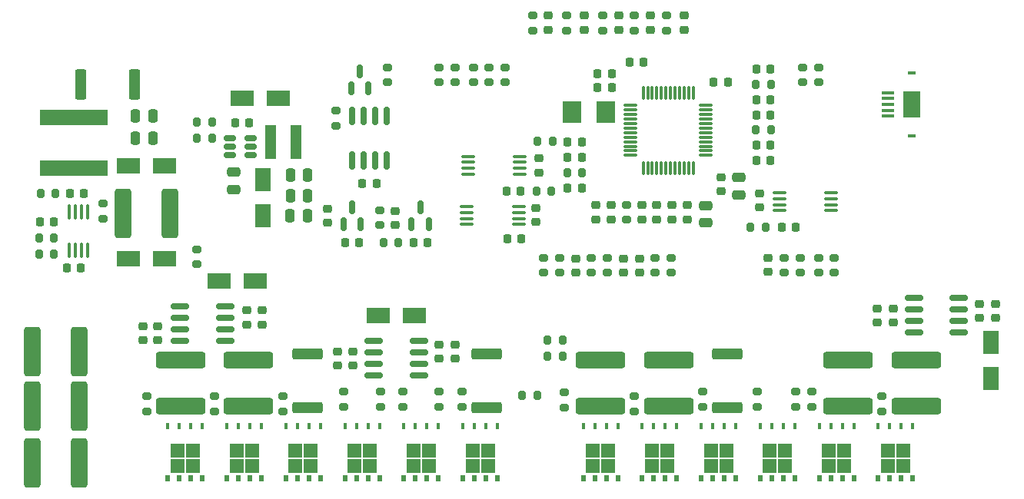
<source format=gbr>
%TF.GenerationSoftware,KiCad,Pcbnew,(6.0.9)*%
%TF.CreationDate,2022-12-08T19:58:11+01:00*%
%TF.ProjectId,battery-case-controller,62617474-6572-4792-9d63-6173652d636f,1*%
%TF.SameCoordinates,Original*%
%TF.FileFunction,Paste,Top*%
%TF.FilePolarity,Positive*%
%FSLAX46Y46*%
G04 Gerber Fmt 4.6, Leading zero omitted, Abs format (unit mm)*
G04 Created by KiCad (PCBNEW (6.0.9)) date 2022-12-08 19:58:11*
%MOMM*%
%LPD*%
G01*
G04 APERTURE LIST*
G04 Aperture macros list*
%AMRoundRect*
0 Rectangle with rounded corners*
0 $1 Rounding radius*
0 $2 $3 $4 $5 $6 $7 $8 $9 X,Y pos of 4 corners*
0 Add a 4 corners polygon primitive as box body*
4,1,4,$2,$3,$4,$5,$6,$7,$8,$9,$2,$3,0*
0 Add four circle primitives for the rounded corners*
1,1,$1+$1,$2,$3*
1,1,$1+$1,$4,$5*
1,1,$1+$1,$6,$7*
1,1,$1+$1,$8,$9*
0 Add four rect primitives between the rounded corners*
20,1,$1+$1,$2,$3,$4,$5,0*
20,1,$1+$1,$4,$5,$6,$7,0*
20,1,$1+$1,$6,$7,$8,$9,0*
20,1,$1+$1,$8,$9,$2,$3,0*%
G04 Aperture macros list end*
%ADD10RoundRect,0.225000X-0.225000X-0.250000X0.225000X-0.250000X0.225000X0.250000X-0.225000X0.250000X0*%
%ADD11RoundRect,0.200000X0.275000X-0.200000X0.275000X0.200000X-0.275000X0.200000X-0.275000X-0.200000X0*%
%ADD12RoundRect,0.225000X0.225000X0.250000X-0.225000X0.250000X-0.225000X-0.250000X0.225000X-0.250000X0*%
%ADD13RoundRect,0.200000X-0.275000X0.200000X-0.275000X-0.200000X0.275000X-0.200000X0.275000X0.200000X0*%
%ADD14RoundRect,0.225000X-0.250000X0.225000X-0.250000X-0.225000X0.250000X-0.225000X0.250000X0.225000X0*%
%ADD15RoundRect,0.250000X-0.475000X0.250000X-0.475000X-0.250000X0.475000X-0.250000X0.475000X0.250000X0*%
%ADD16R,2.000000X2.400000*%
%ADD17RoundRect,0.200000X-0.200000X-0.275000X0.200000X-0.275000X0.200000X0.275000X-0.200000X0.275000X0*%
%ADD18RoundRect,0.150000X0.150000X-0.587500X0.150000X0.587500X-0.150000X0.587500X-0.150000X-0.587500X0*%
%ADD19RoundRect,0.100000X0.637500X0.100000X-0.637500X0.100000X-0.637500X-0.100000X0.637500X-0.100000X0*%
%ADD20R,0.500000X0.750000*%
%ADD21R,1.500000X1.500000*%
%ADD22R,0.400000X0.750000*%
%ADD23RoundRect,0.250000X-0.250000X-0.475000X0.250000X-0.475000X0.250000X0.475000X-0.250000X0.475000X0*%
%ADD24RoundRect,0.250000X-2.450000X0.650000X-2.450000X-0.650000X2.450000X-0.650000X2.450000X0.650000X0*%
%ADD25RoundRect,0.250000X-1.425000X0.362500X-1.425000X-0.362500X1.425000X-0.362500X1.425000X0.362500X0*%
%ADD26RoundRect,0.250000X-0.650000X-2.450000X0.650000X-2.450000X0.650000X2.450000X-0.650000X2.450000X0*%
%ADD27RoundRect,0.150000X-0.825000X-0.150000X0.825000X-0.150000X0.825000X0.150000X-0.825000X0.150000X0*%
%ADD28R,1.200000X3.700000*%
%ADD29RoundRect,0.250000X0.250000X0.475000X-0.250000X0.475000X-0.250000X-0.475000X0.250000X-0.475000X0*%
%ADD30RoundRect,0.225000X0.250000X-0.225000X0.250000X0.225000X-0.250000X0.225000X-0.250000X-0.225000X0*%
%ADD31R,2.500000X1.800000*%
%ADD32RoundRect,0.218750X-0.256250X0.218750X-0.256250X-0.218750X0.256250X-0.218750X0.256250X0.218750X0*%
%ADD33R,1.800000X2.500000*%
%ADD34RoundRect,0.100000X-0.637500X-0.100000X0.637500X-0.100000X0.637500X0.100000X-0.637500X0.100000X0*%
%ADD35RoundRect,0.200000X0.200000X0.275000X-0.200000X0.275000X-0.200000X-0.275000X0.200000X-0.275000X0*%
%ADD36R,7.500000X1.800000*%
%ADD37R,0.850000X0.300000*%
%ADD38R,1.350000X0.400000*%
%ADD39R,1.900000X2.900000*%
%ADD40RoundRect,0.150000X-0.512500X-0.150000X0.512500X-0.150000X0.512500X0.150000X-0.512500X0.150000X0*%
%ADD41RoundRect,0.150000X0.150000X-0.825000X0.150000X0.825000X-0.150000X0.825000X-0.150000X-0.825000X0*%
%ADD42RoundRect,0.100000X-0.100000X0.712500X-0.100000X-0.712500X0.100000X-0.712500X0.100000X0.712500X0*%
%ADD43RoundRect,0.250000X0.362500X1.425000X-0.362500X1.425000X-0.362500X-1.425000X0.362500X-1.425000X0*%
%ADD44RoundRect,0.075000X-0.662500X-0.075000X0.662500X-0.075000X0.662500X0.075000X-0.662500X0.075000X0*%
%ADD45RoundRect,0.075000X-0.075000X-0.662500X0.075000X-0.662500X0.075000X0.662500X-0.075000X0.662500X0*%
G04 APERTURE END LIST*
D10*
%TO.C,C65*%
X181425000Y-90500000D03*
X182975000Y-90500000D03*
%TD*%
D11*
%TO.C,R35*%
X142500000Y-119325000D03*
X142500000Y-117675000D03*
%TD*%
D10*
%TO.C,C82*%
X181425000Y-85500000D03*
X182975000Y-85500000D03*
%TD*%
D12*
%TO.C,C72*%
X125575000Y-88000000D03*
X124025000Y-88000000D03*
%TD*%
D10*
%TO.C,C96*%
X167425000Y-81360000D03*
X168975000Y-81360000D03*
%TD*%
D11*
%TO.C,R48*%
X140000000Y-119325000D03*
X140000000Y-117675000D03*
%TD*%
D13*
%TO.C,R89*%
X171500000Y-76175000D03*
X171500000Y-77825000D03*
%TD*%
D14*
%TO.C,C89*%
X172100000Y-97125000D03*
X172100000Y-98675000D03*
%TD*%
D15*
%TO.C,C94*%
X175800000Y-97160000D03*
X175800000Y-99060000D03*
%TD*%
D16*
%TO.C,X31*%
X161100000Y-86860000D03*
X164800000Y-86860000D03*
%TD*%
D11*
%TO.C,R44*%
X136000000Y-119325000D03*
X136000000Y-117675000D03*
%TD*%
D17*
%TO.C,R63*%
X102575000Y-95800000D03*
X104225000Y-95800000D03*
%TD*%
D18*
%TO.C,D40*%
X136800000Y-84187500D03*
X138700000Y-84187500D03*
X137750000Y-82312500D03*
%TD*%
D12*
%TO.C,C54*%
X162175000Y-95200000D03*
X160625000Y-95200000D03*
%TD*%
D11*
%TO.C,R84*%
X150250000Y-83575000D03*
X150250000Y-81925000D03*
%TD*%
D14*
%TO.C,C86*%
X166750000Y-102975000D03*
X166750000Y-104525000D03*
%TD*%
%TO.C,C59*%
X206000000Y-107975000D03*
X206000000Y-109525000D03*
%TD*%
D12*
%TO.C,C81*%
X139575000Y-94700000D03*
X138025000Y-94700000D03*
%TD*%
D19*
%TO.C,U37*%
X189662500Y-97715000D03*
X189662500Y-97065000D03*
X189662500Y-96415000D03*
X189662500Y-95765000D03*
X183937500Y-95765000D03*
X183937500Y-96415000D03*
X183937500Y-97065000D03*
X183937500Y-97715000D03*
%TD*%
D20*
%TO.C,Q40*%
X184385000Y-127255000D03*
X181845000Y-127255000D03*
X185655000Y-127255000D03*
D21*
X182900000Y-125850000D03*
X184600000Y-125850000D03*
X184600000Y-124150000D03*
X182900000Y-124150000D03*
D20*
X183115000Y-127255000D03*
D22*
X185655000Y-121450000D03*
X184385000Y-121450000D03*
X183115000Y-121450000D03*
X181845000Y-121450000D03*
%TD*%
D20*
%TO.C,Q41*%
X189615000Y-127255000D03*
D21*
X191100000Y-124150000D03*
D20*
X188345000Y-127255000D03*
D21*
X191100000Y-125850000D03*
X189400000Y-124150000D03*
X189400000Y-125850000D03*
D20*
X190885000Y-127255000D03*
X192155000Y-127255000D03*
D22*
X192155000Y-121450000D03*
X190885000Y-121450000D03*
X189615000Y-121450000D03*
X188345000Y-121450000D03*
%TD*%
D18*
%TO.C,U40*%
X135950000Y-99187500D03*
X137850000Y-99187500D03*
X136900000Y-97312500D03*
%TD*%
D10*
%TO.C,C52*%
X153925000Y-95550000D03*
X155475000Y-95550000D03*
%TD*%
D21*
%TO.C,Q35*%
X130650000Y-124150000D03*
D20*
X129595000Y-127255000D03*
X130865000Y-127255000D03*
X132135000Y-127255000D03*
D21*
X132350000Y-124150000D03*
X132350000Y-125850000D03*
X130650000Y-125850000D03*
D20*
X133405000Y-127255000D03*
D22*
X133405000Y-121450000D03*
X132135000Y-121450000D03*
X130865000Y-121450000D03*
X129595000Y-121450000D03*
%TD*%
D13*
%TO.C,R71*%
X184500000Y-102925000D03*
X184500000Y-104575000D03*
%TD*%
D23*
%TO.C,C69*%
X113050000Y-89750000D03*
X114950000Y-89750000D03*
%TD*%
D10*
%TO.C,C74*%
X143625000Y-101250000D03*
X145175000Y-101250000D03*
%TD*%
%TO.C,C97*%
X176725000Y-83500000D03*
X178275000Y-83500000D03*
%TD*%
D11*
%TO.C,R39*%
X160250000Y-119400000D03*
X160250000Y-117750000D03*
%TD*%
D13*
%TO.C,R76*%
X186250000Y-102925000D03*
X186250000Y-104575000D03*
%TD*%
D24*
%TO.C,C44*%
X118000000Y-114200000D03*
X118000000Y-119300000D03*
%TD*%
D25*
%TO.C,R53*%
X178250000Y-113537500D03*
X178250000Y-119462500D03*
%TD*%
D11*
%TO.C,R46*%
X114250000Y-119825000D03*
X114250000Y-118175000D03*
%TD*%
D13*
%TO.C,R87*%
X164500000Y-76175000D03*
X164500000Y-77825000D03*
%TD*%
D25*
%TO.C,R37*%
X151750000Y-113500000D03*
X151750000Y-119425000D03*
%TD*%
D14*
%TO.C,C98*%
X177500000Y-94025000D03*
X177500000Y-95575000D03*
%TD*%
D10*
%TO.C,C63*%
X184225000Y-99540000D03*
X185775000Y-99540000D03*
%TD*%
D13*
%TO.C,R70*%
X172000000Y-102925000D03*
X172000000Y-104575000D03*
%TD*%
%TO.C,R88*%
X168000000Y-76175000D03*
X168000000Y-77825000D03*
%TD*%
D10*
%TO.C,C79*%
X136125000Y-101250000D03*
X137675000Y-101250000D03*
%TD*%
D14*
%TO.C,C85*%
X161500000Y-102975000D03*
X161500000Y-104525000D03*
%TD*%
D13*
%TO.C,R74*%
X165000000Y-102925000D03*
X165000000Y-104575000D03*
%TD*%
D26*
%TO.C,C35*%
X101700000Y-125500000D03*
X106800000Y-125500000D03*
%TD*%
D27*
%TO.C,U34*%
X117950000Y-108250000D03*
X117950000Y-109520000D03*
X117950000Y-110790000D03*
X117950000Y-112060000D03*
X122900000Y-112060000D03*
X122900000Y-110790000D03*
X122900000Y-109520000D03*
X122900000Y-108250000D03*
%TD*%
D24*
%TO.C,C45*%
X125500000Y-114200000D03*
X125500000Y-119300000D03*
%TD*%
D14*
%TO.C,C39*%
X137000000Y-113225000D03*
X137000000Y-114775000D03*
%TD*%
D28*
%TO.C,L32*%
X127925849Y-90172304D03*
X130725849Y-90172304D03*
%TD*%
D17*
%TO.C,R33*%
X158425000Y-112000000D03*
X160075000Y-112000000D03*
%TD*%
D14*
%TO.C,C62*%
X181750000Y-95825000D03*
X181750000Y-97375000D03*
%TD*%
D29*
%TO.C,C75*%
X132000000Y-93800000D03*
X130100000Y-93800000D03*
%TD*%
D14*
%TO.C,C36*%
X148250000Y-112475000D03*
X148250000Y-114025000D03*
%TD*%
D30*
%TO.C,C78*%
X134150000Y-99025000D03*
X134150000Y-97475000D03*
%TD*%
D27*
%TO.C,U36*%
X198775000Y-107345000D03*
X198775000Y-108615000D03*
X198775000Y-109885000D03*
X198775000Y-111155000D03*
X203725000Y-111155000D03*
X203725000Y-109885000D03*
X203725000Y-108615000D03*
X203725000Y-107345000D03*
%TD*%
D31*
%TO.C,D35*%
X112250000Y-92750000D03*
X116250000Y-92750000D03*
%TD*%
D10*
%TO.C,C67*%
X102475000Y-98975000D03*
X104025000Y-98975000D03*
%TD*%
D32*
%TO.C,D36*%
X162500000Y-76212500D03*
X162500000Y-77787500D03*
%TD*%
D31*
%TO.C,D37*%
X124800000Y-85300000D03*
X128800000Y-85300000D03*
%TD*%
D33*
%TO.C,D33*%
X207250000Y-112250000D03*
X207250000Y-116250000D03*
%TD*%
D11*
%TO.C,R56*%
X185750000Y-119325000D03*
X185750000Y-117675000D03*
%TD*%
D24*
%TO.C,C56*%
X199000000Y-114200000D03*
X199000000Y-119300000D03*
%TD*%
D26*
%TO.C,C71*%
X111700000Y-98000000D03*
X116800000Y-98000000D03*
%TD*%
D15*
%TO.C,C95*%
X179500000Y-95950000D03*
X179500000Y-94050000D03*
%TD*%
D21*
%TO.C,Q31*%
X145350000Y-125850000D03*
X145350000Y-124150000D03*
X143650000Y-125850000D03*
D20*
X143865000Y-127255000D03*
D21*
X143650000Y-124150000D03*
D20*
X146405000Y-127255000D03*
X145135000Y-127255000D03*
X142595000Y-127255000D03*
D22*
X146405000Y-121450000D03*
X145135000Y-121450000D03*
X143865000Y-121450000D03*
X142595000Y-121450000D03*
%TD*%
D11*
%TO.C,R79*%
X140750000Y-83575000D03*
X140750000Y-81925000D03*
%TD*%
D20*
%TO.C,Q38*%
X125635000Y-127255000D03*
D21*
X125850000Y-125850000D03*
X124150000Y-124150000D03*
X125850000Y-124150000D03*
D20*
X123095000Y-127255000D03*
X124365000Y-127255000D03*
X126905000Y-127255000D03*
D21*
X124150000Y-125850000D03*
D22*
X126905000Y-121450000D03*
X125635000Y-121450000D03*
X124365000Y-121450000D03*
X123095000Y-121450000D03*
%TD*%
D11*
%TO.C,R38*%
X168000000Y-119825000D03*
X168000000Y-118175000D03*
%TD*%
D32*
%TO.C,D39*%
X158500000Y-76212500D03*
X158500000Y-77787500D03*
%TD*%
D17*
%TO.C,R65*%
X119822304Y-87972304D03*
X121472304Y-87972304D03*
%TD*%
D15*
%TO.C,C80*%
X123850000Y-93450000D03*
X123850000Y-95350000D03*
%TD*%
D11*
%TO.C,R36*%
X149000000Y-119325000D03*
X149000000Y-117675000D03*
%TD*%
D14*
%TO.C,C47*%
X127000000Y-108725000D03*
X127000000Y-110275000D03*
%TD*%
%TO.C,C58*%
X207750000Y-107975000D03*
X207750000Y-109525000D03*
%TD*%
D34*
%TO.C,U35*%
X149637500Y-91725000D03*
X149637500Y-92375000D03*
X149637500Y-93025000D03*
X149637500Y-93675000D03*
X155362500Y-93675000D03*
X155362500Y-93025000D03*
X155362500Y-92375000D03*
X155362500Y-91725000D03*
%TD*%
D14*
%TO.C,C64*%
X168800000Y-97125000D03*
X168800000Y-98675000D03*
%TD*%
D35*
%TO.C,FB33*%
X141975000Y-101250000D03*
X140325000Y-101250000D03*
%TD*%
D17*
%TO.C,R49*%
X157305000Y-90035000D03*
X158955000Y-90035000D03*
%TD*%
D32*
%TO.C,D43*%
X173500000Y-76212500D03*
X173500000Y-77787500D03*
%TD*%
D14*
%TO.C,C50*%
X113850000Y-110475000D03*
X113850000Y-112025000D03*
%TD*%
D21*
%TO.C,Q33*%
X171600000Y-124150000D03*
D20*
X171385000Y-127255000D03*
D21*
X171600000Y-125850000D03*
X169900000Y-125850000D03*
D20*
X168845000Y-127255000D03*
X170115000Y-127255000D03*
D21*
X169900000Y-124150000D03*
D20*
X172655000Y-127255000D03*
D22*
X172655000Y-121450000D03*
X171385000Y-121450000D03*
X170115000Y-121450000D03*
X168845000Y-121450000D03*
%TD*%
D11*
%TO.C,R80*%
X146500000Y-83575000D03*
X146500000Y-81925000D03*
%TD*%
D13*
%TO.C,R61*%
X160500000Y-76175000D03*
X160500000Y-77825000D03*
%TD*%
D35*
%TO.C,R31*%
X183025000Y-83800000D03*
X181375000Y-83800000D03*
%TD*%
D17*
%TO.C,R58*%
X181375000Y-88800000D03*
X183025000Y-88800000D03*
%TD*%
D36*
%TO.C,L31*%
X106250000Y-93050000D03*
X106250000Y-87450000D03*
%TD*%
D10*
%TO.C,C91*%
X163925000Y-84110000D03*
X165475000Y-84110000D03*
%TD*%
D35*
%TO.C,R67*%
X121447304Y-89722304D03*
X119797304Y-89722304D03*
%TD*%
D14*
%TO.C,C88*%
X163700000Y-97125000D03*
X163700000Y-98675000D03*
%TD*%
%TO.C,C38*%
X135250000Y-113225000D03*
X135250000Y-114775000D03*
%TD*%
D24*
%TO.C,C34*%
X171750000Y-114200000D03*
X171750000Y-119300000D03*
%TD*%
D35*
%TO.C,R62*%
X104075000Y-100725000D03*
X102425000Y-100725000D03*
%TD*%
D10*
%TO.C,C68*%
X105475000Y-104000000D03*
X107025000Y-104000000D03*
%TD*%
D13*
%TO.C,R86*%
X153750000Y-81925000D03*
X153750000Y-83575000D03*
%TD*%
%TO.C,R69*%
X163250000Y-102925000D03*
X163250000Y-104575000D03*
%TD*%
D11*
%TO.C,R55*%
X195250000Y-119825000D03*
X195250000Y-118175000D03*
%TD*%
D13*
%TO.C,R75*%
X170250000Y-102925000D03*
X170250000Y-104575000D03*
%TD*%
D30*
%TO.C,C40*%
X157150000Y-98975000D03*
X157150000Y-97425000D03*
%TD*%
D17*
%TO.C,R34*%
X155625000Y-118050000D03*
X157275000Y-118050000D03*
%TD*%
D11*
%TO.C,FB32*%
X139900000Y-99325000D03*
X139900000Y-97675000D03*
%TD*%
%TO.C,R72*%
X190000000Y-104575000D03*
X190000000Y-102925000D03*
%TD*%
D14*
%TO.C,C48*%
X125300000Y-108725000D03*
X125300000Y-110275000D03*
%TD*%
D24*
%TO.C,C33*%
X164250000Y-114200000D03*
X164250000Y-119300000D03*
%TD*%
D20*
%TO.C,Q42*%
X198655000Y-127255000D03*
D21*
X197600000Y-125850000D03*
X197600000Y-124150000D03*
D20*
X194845000Y-127255000D03*
X196115000Y-127255000D03*
X197385000Y-127255000D03*
D21*
X195900000Y-124150000D03*
X195900000Y-125850000D03*
D22*
X198655000Y-121450000D03*
X197385000Y-121450000D03*
X196115000Y-121450000D03*
X194845000Y-121450000D03*
%TD*%
D20*
%TO.C,Q32*%
X149095000Y-127255000D03*
X150365000Y-127255000D03*
D21*
X151850000Y-125850000D03*
D20*
X151635000Y-127255000D03*
X152905000Y-127255000D03*
D21*
X150150000Y-125850000D03*
X150150000Y-124150000D03*
X151850000Y-124150000D03*
D22*
X152905000Y-121450000D03*
X151635000Y-121450000D03*
X150365000Y-121450000D03*
X149095000Y-121450000D03*
%TD*%
D10*
%TO.C,C87*%
X181425000Y-87200000D03*
X182975000Y-87200000D03*
%TD*%
D25*
%TO.C,R45*%
X132000000Y-113537500D03*
X132000000Y-119462500D03*
%TD*%
D18*
%TO.C,U39*%
X143450000Y-99187500D03*
X145350000Y-99187500D03*
X144400000Y-97312500D03*
%TD*%
D37*
%TO.C,J42*%
X198550000Y-89500000D03*
X198550000Y-82500000D03*
D38*
X195875000Y-84700000D03*
X195875000Y-85350000D03*
X195875000Y-86000000D03*
X195875000Y-86650000D03*
X195875000Y-87300000D03*
D39*
X198550000Y-86000000D03*
%TD*%
D11*
%TO.C,R40*%
X146500000Y-119325000D03*
X146500000Y-117675000D03*
%TD*%
D20*
%TO.C,Q37*%
X119135000Y-127255000D03*
D21*
X117650000Y-124150000D03*
X117650000Y-125850000D03*
X119350000Y-125850000D03*
D20*
X117865000Y-127255000D03*
D21*
X119350000Y-124150000D03*
D20*
X116595000Y-127255000D03*
X120405000Y-127255000D03*
D22*
X120405000Y-121450000D03*
X119135000Y-121450000D03*
X117865000Y-121450000D03*
X116595000Y-121450000D03*
%TD*%
D35*
%TO.C,R64*%
X104075000Y-102475000D03*
X102425000Y-102475000D03*
%TD*%
D40*
%TO.C,U41*%
X123438349Y-89722304D03*
X123438349Y-90672304D03*
X123438349Y-91622304D03*
X125713349Y-91622304D03*
X125713349Y-90672304D03*
X125713349Y-89722304D03*
%TD*%
D20*
%TO.C,Q34*%
X166155000Y-127255000D03*
X162345000Y-127255000D03*
D21*
X165100000Y-124150000D03*
X165100000Y-125850000D03*
X163400000Y-124150000D03*
X163400000Y-125850000D03*
D20*
X164885000Y-127255000D03*
X163615000Y-127255000D03*
D22*
X166155000Y-121450000D03*
X164885000Y-121450000D03*
X163615000Y-121450000D03*
X162345000Y-121450000D03*
%TD*%
D11*
%TO.C,R85*%
X152000000Y-83575000D03*
X152000000Y-81925000D03*
%TD*%
D35*
%TO.C,R32*%
X160075000Y-113750000D03*
X158425000Y-113750000D03*
%TD*%
D14*
%TO.C,C83*%
X182700000Y-102925000D03*
X182700000Y-104475000D03*
%TD*%
D41*
%TO.C,U42*%
X136895000Y-92175000D03*
X138165000Y-92175000D03*
X139435000Y-92175000D03*
X140705000Y-92175000D03*
X140705000Y-87225000D03*
X139435000Y-87225000D03*
X138165000Y-87225000D03*
X136895000Y-87225000D03*
%TD*%
D26*
%TO.C,C46*%
X101700000Y-119250000D03*
X106800000Y-119250000D03*
%TD*%
D11*
%TO.C,R52*%
X181500000Y-119325000D03*
X181500000Y-117675000D03*
%TD*%
D35*
%TO.C,R50*%
X160575000Y-93500000D03*
X162225000Y-93500000D03*
%TD*%
D10*
%TO.C,C32*%
X181425000Y-92200000D03*
X182975000Y-92200000D03*
%TD*%
D34*
%TO.C,U33*%
X155262500Y-97275000D03*
X155262500Y-97925000D03*
X155262500Y-98575000D03*
X155262500Y-99225000D03*
X149537500Y-99225000D03*
X149537500Y-98575000D03*
X149537500Y-97925000D03*
X149537500Y-97275000D03*
%TD*%
D14*
%TO.C,C90*%
X170450000Y-97125000D03*
X170450000Y-98675000D03*
%TD*%
D42*
%TO.C,U38*%
X107725000Y-97862500D03*
X107075000Y-97862500D03*
X106425000Y-97862500D03*
X105775000Y-97862500D03*
X105775000Y-102087500D03*
X106425000Y-102087500D03*
X107075000Y-102087500D03*
X107725000Y-102087500D03*
%TD*%
D24*
%TO.C,C55*%
X191500000Y-114200000D03*
X191500000Y-119300000D03*
%TD*%
D30*
%TO.C,C73*%
X141650000Y-99275000D03*
X141650000Y-97725000D03*
%TD*%
D27*
%TO.C,U32*%
X139275000Y-112095000D03*
X139275000Y-113365000D03*
X139275000Y-114635000D03*
X139275000Y-115905000D03*
X144225000Y-115905000D03*
X144225000Y-114635000D03*
X144225000Y-113365000D03*
X144225000Y-112095000D03*
%TD*%
D31*
%TO.C,D31*%
X143750000Y-109250000D03*
X139750000Y-109250000D03*
%TD*%
D17*
%TO.C,R41*%
X157175000Y-95550000D03*
X158825000Y-95550000D03*
%TD*%
D12*
%TO.C,C42*%
X162175000Y-91800000D03*
X160625000Y-91800000D03*
%TD*%
D14*
%TO.C,C93*%
X173800000Y-97125000D03*
X173800000Y-98675000D03*
%TD*%
D43*
%TO.C,R60*%
X112962500Y-83750000D03*
X107037500Y-83750000D03*
%TD*%
D14*
%TO.C,C60*%
X194750000Y-108475000D03*
X194750000Y-110025000D03*
%TD*%
%TO.C,C43*%
X165400000Y-97125000D03*
X165400000Y-98675000D03*
%TD*%
%TO.C,C84*%
X168550000Y-102975000D03*
X168550000Y-104525000D03*
%TD*%
D30*
%TO.C,C51*%
X157430000Y-93510000D03*
X157430000Y-91960000D03*
%TD*%
D13*
%TO.C,R82*%
X188250000Y-81925000D03*
X188250000Y-83575000D03*
%TD*%
D12*
%TO.C,C66*%
X107375000Y-95800000D03*
X105825000Y-95800000D03*
%TD*%
D13*
%TO.C,R81*%
X186500000Y-81925000D03*
X186500000Y-83575000D03*
%TD*%
D11*
%TO.C,R83*%
X148250000Y-83575000D03*
X148250000Y-81925000D03*
%TD*%
D13*
%TO.C,R68*%
X158000000Y-102925000D03*
X158000000Y-104575000D03*
%TD*%
D11*
%TO.C,R54*%
X187500000Y-117675000D03*
X187500000Y-119325000D03*
%TD*%
D23*
%TO.C,C70*%
X113050000Y-87250000D03*
X114950000Y-87250000D03*
%TD*%
D29*
%TO.C,C76*%
X132000000Y-96050000D03*
X130100000Y-96050000D03*
%TD*%
D44*
%TO.C,U43*%
X167537500Y-86110000D03*
X167537500Y-86610000D03*
X167537500Y-87110000D03*
X167537500Y-87610000D03*
X167537500Y-88110000D03*
X167537500Y-88610000D03*
X167537500Y-89110000D03*
X167537500Y-89610000D03*
X167537500Y-90110000D03*
X167537500Y-90610000D03*
X167537500Y-91110000D03*
X167537500Y-91610000D03*
D45*
X168950000Y-93022500D03*
X169450000Y-93022500D03*
X169950000Y-93022500D03*
X170450000Y-93022500D03*
X170950000Y-93022500D03*
X171450000Y-93022500D03*
X171950000Y-93022500D03*
X172450000Y-93022500D03*
X172950000Y-93022500D03*
X173450000Y-93022500D03*
X173950000Y-93022500D03*
X174450000Y-93022500D03*
D44*
X175862500Y-91610000D03*
X175862500Y-91110000D03*
X175862500Y-90610000D03*
X175862500Y-90110000D03*
X175862500Y-89610000D03*
X175862500Y-89110000D03*
X175862500Y-88610000D03*
X175862500Y-88110000D03*
X175862500Y-87610000D03*
X175862500Y-87110000D03*
X175862500Y-86610000D03*
X175862500Y-86110000D03*
D45*
X174450000Y-84697500D03*
X173950000Y-84697500D03*
X173450000Y-84697500D03*
X172950000Y-84697500D03*
X172450000Y-84697500D03*
X171950000Y-84697500D03*
X171450000Y-84697500D03*
X170950000Y-84697500D03*
X170450000Y-84697500D03*
X169950000Y-84697500D03*
X169450000Y-84697500D03*
X168950000Y-84697500D03*
%TD*%
D13*
%TO.C,R73*%
X159750000Y-102925000D03*
X159750000Y-104575000D03*
%TD*%
D11*
%TO.C,R51*%
X175500000Y-119325000D03*
X175500000Y-117675000D03*
%TD*%
%TO.C,R66*%
X156750000Y-77825000D03*
X156750000Y-76175000D03*
%TD*%
D32*
%TO.C,D41*%
X166250000Y-77787500D03*
X166250000Y-76212500D03*
%TD*%
D14*
%TO.C,C61*%
X196500000Y-108475000D03*
X196500000Y-110025000D03*
%TD*%
D11*
%TO.C,R47*%
X121750000Y-119825000D03*
X121750000Y-118175000D03*
%TD*%
D13*
%TO.C,R78*%
X188250000Y-102925000D03*
X188250000Y-104575000D03*
%TD*%
D10*
%TO.C,C41*%
X153975000Y-100850000D03*
X155525000Y-100850000D03*
%TD*%
D11*
%TO.C,R77*%
X135150000Y-88350000D03*
X135150000Y-86700000D03*
%TD*%
D29*
%TO.C,C77*%
X131950000Y-98300000D03*
X130050000Y-98300000D03*
%TD*%
D26*
%TO.C,C57*%
X101700000Y-113250000D03*
X106800000Y-113250000D03*
%TD*%
D11*
%TO.C,R43*%
X129250000Y-119825000D03*
X129250000Y-118175000D03*
%TD*%
D21*
%TO.C,Q39*%
X176400000Y-124150000D03*
X178100000Y-125850000D03*
X176400000Y-125850000D03*
D20*
X179155000Y-127255000D03*
X177885000Y-127255000D03*
X175345000Y-127255000D03*
D21*
X178100000Y-124150000D03*
D20*
X176615000Y-127255000D03*
D22*
X179155000Y-121450000D03*
X177885000Y-121450000D03*
X176615000Y-121450000D03*
X175345000Y-121450000D03*
%TD*%
D14*
%TO.C,C49*%
X115500000Y-110475000D03*
X115500000Y-112025000D03*
%TD*%
D31*
%TO.C,D34*%
X112250000Y-103000000D03*
X116250000Y-103000000D03*
%TD*%
D32*
%TO.C,D42*%
X169750000Y-76212500D03*
X169750000Y-77787500D03*
%TD*%
D12*
%TO.C,C53*%
X162175000Y-90100000D03*
X160625000Y-90100000D03*
%TD*%
D10*
%TO.C,C31*%
X181425000Y-82100000D03*
X182975000Y-82100000D03*
%TD*%
D11*
%TO.C,R59*%
X109500000Y-98575000D03*
X109500000Y-96925000D03*
%TD*%
D33*
%TO.C,D38*%
X127050000Y-94300000D03*
X127050000Y-98300000D03*
%TD*%
D31*
%TO.C,D32*%
X126250000Y-105500000D03*
X122250000Y-105500000D03*
%TD*%
D10*
%TO.C,C92*%
X163925000Y-82610000D03*
X165475000Y-82610000D03*
%TD*%
D21*
%TO.C,Q36*%
X138850000Y-124150000D03*
D20*
X136095000Y-127255000D03*
D21*
X137150000Y-125850000D03*
X137150000Y-124150000D03*
D20*
X137365000Y-127255000D03*
D21*
X138850000Y-125850000D03*
D20*
X138635000Y-127255000D03*
X139905000Y-127255000D03*
D22*
X139905000Y-121450000D03*
X138635000Y-121450000D03*
X137365000Y-121450000D03*
X136095000Y-121450000D03*
%TD*%
D14*
%TO.C,C37*%
X146500000Y-112475000D03*
X146500000Y-114025000D03*
%TD*%
D35*
%TO.C,R57*%
X182425000Y-99540000D03*
X180775000Y-99540000D03*
%TD*%
D13*
%TO.C,FB31*%
X119800000Y-101975000D03*
X119800000Y-103625000D03*
%TD*%
%TO.C,R42*%
X167100000Y-97075000D03*
X167100000Y-98725000D03*
%TD*%
M02*

</source>
